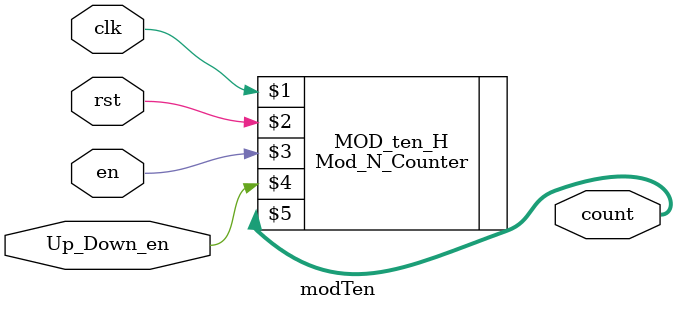
<source format=v>
`timescale 1ns / 1ps


module modTen
(input clk, rst,en,Up_Down_en, output [3:0]count);

Mod_N_Counter  #(4,10) MOD_ten_H (clk, rst,en,Up_Down_en, count);

endmodule


</source>
